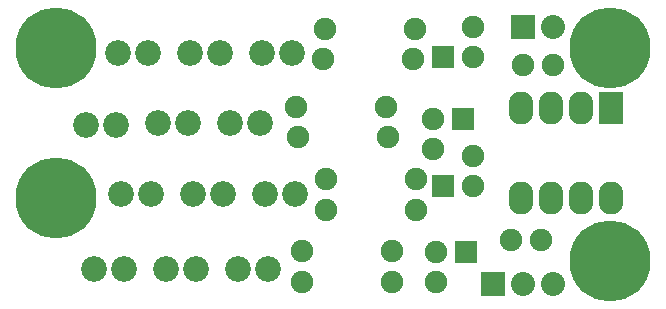
<source format=gts>
G04 (created by PCBNEW-RS274X (2011-05-25)-stable) date Wed 26 Dec 2012 09:03:40 PM EST*
G01*
G70*
G90*
%MOIN*%
G04 Gerber Fmt 3.4, Leading zero omitted, Abs format*
%FSLAX34Y34*%
G04 APERTURE LIST*
%ADD10C,0.006000*%
%ADD11C,0.270000*%
%ADD12R,0.075000X0.075000*%
%ADD13C,0.075000*%
%ADD14R,0.082000X0.110000*%
%ADD15O,0.082000X0.110000*%
%ADD16R,0.080000X0.080000*%
%ADD17C,0.080000*%
%ADD18C,0.086000*%
G04 APERTURE END LIST*
G54D10*
G54D11*
X64250Y-32400D03*
X64250Y-27400D03*
X82700Y-27400D03*
X82700Y-34500D03*
G54D12*
X77900Y-34200D03*
G54D13*
X76900Y-34200D03*
X76900Y-35200D03*
G54D12*
X77150Y-32000D03*
G54D13*
X78150Y-32000D03*
X78150Y-31000D03*
G54D12*
X77800Y-29750D03*
G54D13*
X76800Y-29750D03*
X76800Y-30750D03*
G54D12*
X77150Y-27700D03*
G54D13*
X78150Y-27700D03*
X78150Y-26700D03*
X80400Y-33800D03*
X79400Y-33800D03*
X79800Y-27950D03*
X80800Y-27950D03*
G54D14*
X82750Y-29400D03*
G54D15*
X81750Y-29400D03*
X80750Y-29400D03*
X79750Y-29400D03*
X79750Y-32400D03*
X80750Y-32400D03*
X81750Y-32400D03*
X82750Y-32400D03*
G54D16*
X79800Y-26700D03*
G54D17*
X80800Y-26700D03*
G54D16*
X78800Y-35250D03*
G54D17*
X79800Y-35250D03*
X80800Y-35250D03*
G54D13*
X76150Y-27750D03*
X73150Y-27750D03*
X75300Y-30350D03*
X72300Y-30350D03*
X76250Y-32800D03*
X73250Y-32800D03*
X75450Y-35200D03*
X72450Y-35200D03*
X73200Y-26750D03*
X76200Y-26750D03*
X72250Y-29350D03*
X75250Y-29350D03*
X73250Y-31750D03*
X76250Y-31750D03*
X72450Y-34150D03*
X75450Y-34150D03*
G54D18*
X66400Y-32250D03*
X67400Y-32250D03*
X70300Y-34750D03*
X71300Y-34750D03*
X67900Y-34750D03*
X68900Y-34750D03*
X65500Y-34750D03*
X66500Y-34750D03*
X71200Y-32250D03*
X72200Y-32250D03*
X68800Y-32250D03*
X69800Y-32250D03*
X70050Y-29900D03*
X71050Y-29900D03*
X67650Y-29900D03*
X68650Y-29900D03*
X65250Y-29950D03*
X66250Y-29950D03*
X71100Y-27550D03*
X72100Y-27550D03*
X68700Y-27550D03*
X69700Y-27550D03*
X66300Y-27550D03*
X67300Y-27550D03*
M02*

</source>
